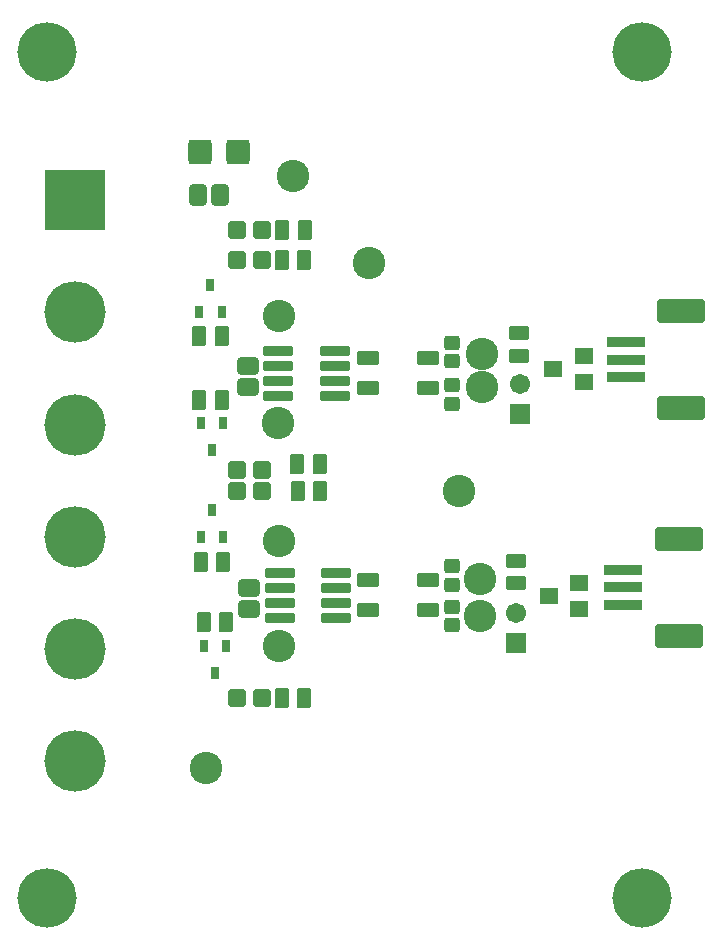
<source format=gts>
G04*
G04 #@! TF.GenerationSoftware,Altium Limited,Altium Designer,19.1.7 (138)*
G04*
G04 Layer_Color=8388736*
%FSAX25Y25*%
%MOIN*%
G70*
G01*
G75*
G04:AMPARAMS|DCode=19|XSize=35.43mil|YSize=125.98mil|CornerRadius=3.54mil|HoleSize=0mil|Usage=FLASHONLY|Rotation=90.000|XOffset=0mil|YOffset=0mil|HoleType=Round|Shape=RoundedRectangle|*
%AMROUNDEDRECTD19*
21,1,0.03543,0.11890,0,0,90.0*
21,1,0.02835,0.12598,0,0,90.0*
1,1,0.00709,0.05945,0.01417*
1,1,0.00709,0.05945,-0.01417*
1,1,0.00709,-0.05945,-0.01417*
1,1,0.00709,-0.05945,0.01417*
%
%ADD19ROUNDEDRECTD19*%
G04:AMPARAMS|DCode=20|XSize=78.74mil|YSize=157.48mil|CornerRadius=7.87mil|HoleSize=0mil|Usage=FLASHONLY|Rotation=90.000|XOffset=0mil|YOffset=0mil|HoleType=Round|Shape=RoundedRectangle|*
%AMROUNDEDRECTD20*
21,1,0.07874,0.14173,0,0,90.0*
21,1,0.06299,0.15748,0,0,90.0*
1,1,0.01575,0.07087,0.03150*
1,1,0.01575,0.07087,-0.03150*
1,1,0.01575,-0.07087,-0.03150*
1,1,0.01575,-0.07087,0.03150*
%
%ADD20ROUNDEDRECTD20*%
G04:AMPARAMS|DCode=27|XSize=55.24mil|YSize=63.12mil|CornerRadius=8.72mil|HoleSize=0mil|Usage=FLASHONLY|Rotation=270.000|XOffset=0mil|YOffset=0mil|HoleType=Round|Shape=RoundedRectangle|*
%AMROUNDEDRECTD27*
21,1,0.05524,0.04567,0,0,270.0*
21,1,0.03780,0.06312,0,0,270.0*
1,1,0.01745,-0.02284,-0.01890*
1,1,0.01745,-0.02284,0.01890*
1,1,0.01745,0.02284,0.01890*
1,1,0.01745,0.02284,-0.01890*
%
%ADD27ROUNDEDRECTD27*%
G04:AMPARAMS|DCode=28|XSize=32.61mil|YSize=101.5mil|CornerRadius=6.46mil|HoleSize=0mil|Usage=FLASHONLY|Rotation=90.000|XOffset=0mil|YOffset=0mil|HoleType=Round|Shape=RoundedRectangle|*
%AMROUNDEDRECTD28*
21,1,0.03261,0.08858,0,0,90.0*
21,1,0.01968,0.10150,0,0,90.0*
1,1,0.01292,0.04429,0.00984*
1,1,0.01292,0.04429,-0.00984*
1,1,0.01292,-0.04429,-0.00984*
1,1,0.01292,-0.04429,0.00984*
%
%ADD28ROUNDEDRECTD28*%
G04:AMPARAMS|DCode=29|XSize=49.34mil|YSize=67.06mil|CornerRadius=8.13mil|HoleSize=0mil|Usage=FLASHONLY|Rotation=0.000|XOffset=0mil|YOffset=0mil|HoleType=Round|Shape=RoundedRectangle|*
%AMROUNDEDRECTD29*
21,1,0.04934,0.05079,0,0,0.0*
21,1,0.03307,0.06706,0,0,0.0*
1,1,0.01627,0.01654,-0.02539*
1,1,0.01627,-0.01654,-0.02539*
1,1,0.01627,-0.01654,0.02539*
1,1,0.01627,0.01654,0.02539*
%
%ADD29ROUNDEDRECTD29*%
G04:AMPARAMS|DCode=30|XSize=49.34mil|YSize=67.06mil|CornerRadius=8.13mil|HoleSize=0mil|Usage=FLASHONLY|Rotation=90.000|XOffset=0mil|YOffset=0mil|HoleType=Round|Shape=RoundedRectangle|*
%AMROUNDEDRECTD30*
21,1,0.04934,0.05079,0,0,90.0*
21,1,0.03307,0.06706,0,0,90.0*
1,1,0.01627,0.02539,0.01654*
1,1,0.01627,0.02539,-0.01654*
1,1,0.01627,-0.02539,-0.01654*
1,1,0.01627,-0.02539,0.01654*
%
%ADD30ROUNDEDRECTD30*%
%ADD31R,0.03162X0.04343*%
G04:AMPARAMS|DCode=32|XSize=59.18mil|YSize=59.18mil|CornerRadius=9.12mil|HoleSize=0mil|Usage=FLASHONLY|Rotation=180.000|XOffset=0mil|YOffset=0mil|HoleType=Round|Shape=RoundedRectangle|*
%AMROUNDEDRECTD32*
21,1,0.05918,0.04095,0,0,180.0*
21,1,0.04095,0.05918,0,0,180.0*
1,1,0.01824,-0.02047,0.02047*
1,1,0.01824,0.02047,0.02047*
1,1,0.01824,0.02047,-0.02047*
1,1,0.01824,-0.02047,-0.02047*
%
%ADD32ROUNDEDRECTD32*%
G04:AMPARAMS|DCode=33|XSize=74.93mil|YSize=45.4mil|CornerRadius=7.74mil|HoleSize=0mil|Usage=FLASHONLY|Rotation=0.000|XOffset=0mil|YOffset=0mil|HoleType=Round|Shape=RoundedRectangle|*
%AMROUNDEDRECTD33*
21,1,0.07493,0.02992,0,0,0.0*
21,1,0.05945,0.04540,0,0,0.0*
1,1,0.01548,0.02972,-0.01496*
1,1,0.01548,-0.02972,-0.01496*
1,1,0.01548,-0.02972,0.01496*
1,1,0.01548,0.02972,0.01496*
%
%ADD33ROUNDEDRECTD33*%
G04:AMPARAMS|DCode=34|XSize=82.8mil|YSize=76.9mil|CornerRadius=10.89mil|HoleSize=0mil|Usage=FLASHONLY|Rotation=270.000|XOffset=0mil|YOffset=0mil|HoleType=Round|Shape=RoundedRectangle|*
%AMROUNDEDRECTD34*
21,1,0.08280,0.05512,0,0,270.0*
21,1,0.06102,0.07690,0,0,270.0*
1,1,0.02178,-0.02756,-0.03051*
1,1,0.02178,-0.02756,0.03051*
1,1,0.02178,0.02756,0.03051*
1,1,0.02178,0.02756,-0.03051*
%
%ADD34ROUNDEDRECTD34*%
G04:AMPARAMS|DCode=35|XSize=57.21mil|YSize=70.99mil|CornerRadius=8.92mil|HoleSize=0mil|Usage=FLASHONLY|Rotation=270.000|XOffset=0mil|YOffset=0mil|HoleType=Round|Shape=RoundedRectangle|*
%AMROUNDEDRECTD35*
21,1,0.05721,0.05315,0,0,270.0*
21,1,0.03937,0.07099,0,0,270.0*
1,1,0.01784,-0.02657,-0.01968*
1,1,0.01784,-0.02657,0.01968*
1,1,0.01784,0.02657,0.01968*
1,1,0.01784,0.02657,-0.01968*
%
%ADD35ROUNDEDRECTD35*%
G04:AMPARAMS|DCode=36|XSize=51.31mil|YSize=47.37mil|CornerRadius=7.94mil|HoleSize=0mil|Usage=FLASHONLY|Rotation=180.000|XOffset=0mil|YOffset=0mil|HoleType=Round|Shape=RoundedRectangle|*
%AMROUNDEDRECTD36*
21,1,0.05131,0.03150,0,0,180.0*
21,1,0.03543,0.04737,0,0,180.0*
1,1,0.01587,-0.01772,0.01575*
1,1,0.01587,0.01772,0.01575*
1,1,0.01587,0.01772,-0.01575*
1,1,0.01587,-0.01772,-0.01575*
%
%ADD36ROUNDEDRECTD36*%
G04:AMPARAMS|DCode=37|XSize=57.21mil|YSize=70.99mil|CornerRadius=8.92mil|HoleSize=0mil|Usage=FLASHONLY|Rotation=180.000|XOffset=0mil|YOffset=0mil|HoleType=Round|Shape=RoundedRectangle|*
%AMROUNDEDRECTD37*
21,1,0.05721,0.05315,0,0,180.0*
21,1,0.03937,0.07099,0,0,180.0*
1,1,0.01784,-0.01968,0.02657*
1,1,0.01784,0.01968,0.02657*
1,1,0.01784,0.01968,-0.02657*
1,1,0.01784,-0.01968,-0.02657*
%
%ADD37ROUNDEDRECTD37*%
%ADD38C,0.19800*%
%ADD39C,0.10800*%
%ADD40R,0.20485X0.20485*%
%ADD41C,0.20485*%
%ADD42C,0.06706*%
%ADD43R,0.06706X0.06706*%
D19*
X0183300Y0052200D02*
D03*
Y0058105D02*
D03*
Y0064011D02*
D03*
X0184100Y0128094D02*
D03*
Y0134000D02*
D03*
Y0139906D02*
D03*
D20*
X0201804Y0074247D02*
D03*
Y0041964D02*
D03*
X0202604Y0150142D02*
D03*
Y0117858D02*
D03*
D27*
X0168718Y0050908D02*
D03*
Y0059569D02*
D03*
X0158482Y0055239D02*
D03*
X0170218Y0126729D02*
D03*
Y0135390D02*
D03*
X0159982Y0131060D02*
D03*
D28*
X0068751Y0063039D02*
D03*
Y0058039D02*
D03*
Y0053039D02*
D03*
Y0048039D02*
D03*
X0087649Y0063039D02*
D03*
Y0058039D02*
D03*
Y0053039D02*
D03*
Y0048039D02*
D03*
X0068251Y0137039D02*
D03*
Y0132039D02*
D03*
Y0127039D02*
D03*
Y0122039D02*
D03*
X0087149Y0137039D02*
D03*
Y0132039D02*
D03*
Y0127039D02*
D03*
Y0122039D02*
D03*
D29*
X0050960Y0046539D02*
D03*
X0043440D02*
D03*
X0042440Y0066539D02*
D03*
X0049960D02*
D03*
X0049460Y0120539D02*
D03*
X0041940D02*
D03*
Y0142039D02*
D03*
X0049460D02*
D03*
X0077214Y0177189D02*
D03*
X0069695D02*
D03*
X0077039Y0021289D02*
D03*
X0069520D02*
D03*
X0082360Y0090339D02*
D03*
X0074840D02*
D03*
X0082160Y0099239D02*
D03*
X0074640D02*
D03*
X0076974Y0167189D02*
D03*
X0069454D02*
D03*
D30*
X0147500Y0066960D02*
D03*
Y0059440D02*
D03*
X0148500Y0142760D02*
D03*
Y0135240D02*
D03*
D31*
X0050940Y0038566D02*
D03*
X0043460D02*
D03*
X0047200Y0029511D02*
D03*
X0042460Y0074984D02*
D03*
X0049940D02*
D03*
X0046200Y0084039D02*
D03*
X0049940Y0113066D02*
D03*
X0042460D02*
D03*
X0046200Y0104011D02*
D03*
X0041960Y0150011D02*
D03*
X0049440D02*
D03*
X0045700Y0159066D02*
D03*
D32*
X0062722Y0177189D02*
D03*
X0054454D02*
D03*
X0062722Y0021389D02*
D03*
X0054454D02*
D03*
X0062722Y0090339D02*
D03*
X0054454D02*
D03*
X0062722Y0097339D02*
D03*
X0054454D02*
D03*
X0062722Y0167189D02*
D03*
X0054454D02*
D03*
D33*
X0098161Y0050617D02*
D03*
X0118239D02*
D03*
Y0060460D02*
D03*
X0098161D02*
D03*
Y0124617D02*
D03*
X0118239D02*
D03*
Y0134460D02*
D03*
X0098161D02*
D03*
D34*
X0042380Y0203089D02*
D03*
X0054979D02*
D03*
D35*
X0058700Y0058039D02*
D03*
Y0050991D02*
D03*
X0058200Y0132062D02*
D03*
Y0125015D02*
D03*
D36*
X0126100Y0051750D02*
D03*
Y0045450D02*
D03*
Y0059050D02*
D03*
Y0065350D02*
D03*
X0126300Y0125550D02*
D03*
Y0119250D02*
D03*
Y0133450D02*
D03*
Y0139750D02*
D03*
D37*
X0048747Y0188839D02*
D03*
X0041700D02*
D03*
D38*
X0189602Y0236700D02*
D03*
X-0008800Y-0045300D02*
D03*
X0189602D02*
D03*
X-0008800Y0236700D02*
D03*
D39*
X0098700Y0166200D02*
D03*
X0135700Y0048539D02*
D03*
X0068700Y0038539D02*
D03*
X0135700Y0061039D02*
D03*
X0068600Y0073639D02*
D03*
X0128700Y0090200D02*
D03*
X0044200Y-0001961D02*
D03*
X0073279Y0195089D02*
D03*
X0136300Y0124800D02*
D03*
X0068079Y0112889D02*
D03*
X0136200Y0136039D02*
D03*
X0068400Y0148439D02*
D03*
D40*
X0000700Y0187208D02*
D03*
D41*
Y0149806D02*
D03*
Y0112405D02*
D03*
Y0075003D02*
D03*
Y0037602D02*
D03*
Y0000200D02*
D03*
D42*
X0147700Y0049600D02*
D03*
X0148900Y0126000D02*
D03*
D43*
X0147700Y0039600D02*
D03*
X0148900Y0116000D02*
D03*
M02*

</source>
